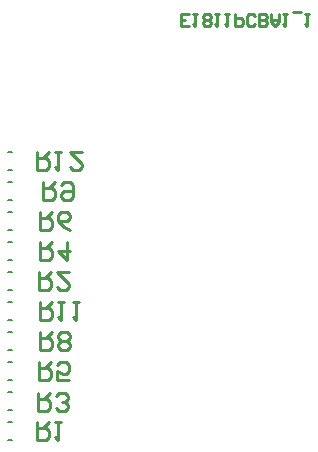
<source format=gbo>
G04*
G04 #@! TF.GenerationSoftware,Altium Limited,Altium Designer,20.0.14 (345)*
G04*
G04 Layer_Color=32896*
%FSLAX25Y25*%
%MOIN*%
G70*
G01*
G75*
%ADD10C,0.01000*%
%ADD24C,0.00591*%
D10*
X92666Y145835D02*
X90000D01*
Y149834D01*
X92666D01*
X90000Y147834D02*
X91333D01*
X93999Y149834D02*
X95332D01*
X94665D01*
Y145835D01*
X93999Y146501D01*
X97331D02*
X97997Y145835D01*
X99330D01*
X99997Y146501D01*
Y147168D01*
X99330Y147834D01*
X99997Y148501D01*
Y149167D01*
X99330Y149834D01*
X97997D01*
X97331Y149167D01*
Y148501D01*
X97997Y147834D01*
X97331Y147168D01*
Y146501D01*
X97997Y147834D02*
X99330D01*
X101330Y149834D02*
X102663D01*
X101996D01*
Y145835D01*
X101330Y146501D01*
X104662Y149834D02*
X105995D01*
X105328D01*
Y145835D01*
X104662Y146501D01*
X107994Y149834D02*
Y145835D01*
X109994D01*
X110660Y146501D01*
Y147834D01*
X109994Y148501D01*
X107994D01*
X114659Y146501D02*
X113992Y145835D01*
X112659D01*
X111993Y146501D01*
Y149167D01*
X112659Y149834D01*
X113992D01*
X114659Y149167D01*
X115992Y145835D02*
Y149834D01*
X117991D01*
X118657Y149167D01*
Y148501D01*
X117991Y147834D01*
X115992D01*
X117991D01*
X118657Y147168D01*
Y146501D01*
X117991Y145835D01*
X115992D01*
X119990Y149834D02*
Y147168D01*
X121323Y145835D01*
X122656Y147168D01*
Y149834D01*
Y147834D01*
X119990D01*
X123989Y149834D02*
X125322D01*
X124655D01*
Y145835D01*
X123989Y146501D01*
X127321Y150500D02*
X129987D01*
X131320Y149834D02*
X132653D01*
X131986D01*
Y145835D01*
X131320Y146501D01*
X42002Y103999D02*
X42002Y98001D01*
X45002Y98001D01*
X46001Y99001D01*
X46001Y101000D01*
X45002Y102000D01*
X42002Y102000D01*
X44002Y102000D02*
X46001Y103999D01*
X48000Y103999D02*
X50000Y103999D01*
X49000Y103999D01*
X49000Y98001D01*
X48000Y99001D01*
X56998Y103999D02*
X52999Y103999D01*
X56998Y100000D01*
X56998Y99001D01*
X55998Y98001D01*
X53999Y98001D01*
X52999Y99001D01*
X43002Y53999D02*
Y48001D01*
X46001D01*
X47001Y49001D01*
Y51000D01*
X46001Y52000D01*
X43002D01*
X45002D02*
X47001Y53999D01*
X49000D02*
X50999D01*
X50000D01*
Y48001D01*
X49000Y49001D01*
X53999Y53999D02*
X55998D01*
X54998D01*
Y48001D01*
X53999Y49001D01*
X44002Y93999D02*
Y88001D01*
X47001D01*
X48000Y89001D01*
Y91000D01*
X47001Y92000D01*
X44002D01*
X46001D02*
X48000Y93999D01*
X50000Y92999D02*
X50999Y93999D01*
X52999D01*
X53998Y92999D01*
Y89001D01*
X52999Y88001D01*
X50999D01*
X50000Y89001D01*
Y90000D01*
X50999Y91000D01*
X53998D01*
X43011Y44015D02*
X42992Y38017D01*
X45991Y38007D01*
X46994Y39004D01*
X47000Y41003D01*
X46004Y42006D01*
X43005Y42015D01*
X45004Y42009D02*
X47010Y44002D01*
X48993Y38998D02*
X49990Y37995D01*
X51989Y37988D01*
X52992Y38985D01*
X52995Y39985D01*
X51999Y40988D01*
X53001Y41984D01*
X53005Y42984D01*
X52008Y43986D01*
X50009Y43993D01*
X49006Y42996D01*
X49003Y41996D01*
X49999Y40994D01*
X48997Y39997D01*
X48993Y38998D01*
X49999Y40994D02*
X51999Y40988D01*
X43035Y84054D02*
X42969Y78056D01*
X45968Y78023D01*
X46979Y79012D01*
X47000Y81011D01*
X46012Y82021D01*
X43013Y82054D01*
X45012Y82032D02*
X47033Y84010D01*
X52965Y77947D02*
X50977Y78968D01*
X49000Y80989D01*
X49022Y82988D01*
X50032Y83977D01*
X52031Y83955D01*
X53020Y82945D01*
X53009Y81945D01*
X51999Y80956D01*
X49000Y80989D01*
X42534Y34052D02*
X42470Y28054D01*
X45469Y28022D01*
X46479Y29011D01*
X46500Y31010D01*
X45511Y32021D01*
X42513Y32052D01*
X44512Y32031D02*
X46532Y34009D01*
X52466Y27948D02*
X48468Y27991D01*
X48500Y30989D01*
X50488Y29969D01*
X51488Y29958D01*
X52498Y30947D01*
X52519Y32946D01*
X51530Y33957D01*
X49531Y33978D01*
X48521Y32989D01*
X43002Y73999D02*
Y68001D01*
X46001D01*
X47000Y69001D01*
Y71000D01*
X46001Y72000D01*
X43002D01*
X45001D02*
X47000Y73999D01*
X51999D02*
Y68001D01*
X49000Y71000D01*
X52998D01*
X42261Y23499D02*
Y17501D01*
X45261D01*
X46260Y18501D01*
Y20500D01*
X45261Y21500D01*
X42261D01*
X44261D02*
X46260Y23499D01*
X48259Y18501D02*
X49259Y17501D01*
X51259D01*
X52258Y18501D01*
Y19500D01*
X51259Y20500D01*
X50259D01*
X51259D01*
X52258Y21500D01*
Y22499D01*
X51259Y23499D01*
X49259D01*
X48259Y22499D01*
X42502Y63999D02*
Y58001D01*
X45501D01*
X46500Y59001D01*
Y61000D01*
X45501Y62000D01*
X42502D01*
X44501D02*
X46500Y63999D01*
X52498D02*
X48500D01*
X52498Y60000D01*
Y59001D01*
X51499Y58001D01*
X49499D01*
X48500Y59001D01*
X42001Y13999D02*
Y8001D01*
X45000D01*
X46000Y9001D01*
Y11000D01*
X45000Y12000D01*
X42001D01*
X44001D02*
X46000Y13999D01*
X47999D02*
X49999D01*
X48999D01*
Y8001D01*
X47999Y9001D01*
D24*
X32409Y28047D02*
X33591D01*
X32409Y33953D02*
X33591D01*
X32409Y98047D02*
X33591D01*
X32409Y103953D02*
X33591D01*
X32409Y88047D02*
X33591D01*
X32409Y93953D02*
X33591D01*
X32409Y78047D02*
X33591D01*
X32409Y83953D02*
X33591D01*
X32409Y68047D02*
X33590D01*
X32409Y73953D02*
X33590D01*
X32409Y58047D02*
X33591D01*
X32409Y63953D02*
X33591D01*
X32409Y48047D02*
X33591D01*
X32409Y53953D02*
X33591D01*
X32409Y18047D02*
X33591D01*
X32409Y23953D02*
X33591D01*
X32409Y38047D02*
X33591D01*
X32409Y43953D02*
X33591D01*
X32409Y8047D02*
X33591D01*
X32409Y13953D02*
X33591D01*
M02*

</source>
